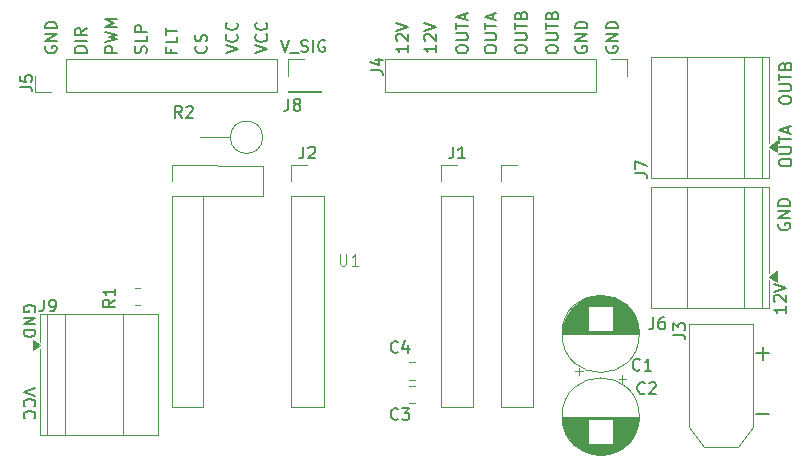
<source format=gbr>
%TF.GenerationSoftware,KiCad,Pcbnew,9.0.4*%
%TF.CreationDate,2025-09-30T20:07:29-04:00*%
%TF.ProjectId,motorDriverDaughter,6d6f746f-7244-4726-9976-657244617567,1*%
%TF.SameCoordinates,Original*%
%TF.FileFunction,Legend,Top*%
%TF.FilePolarity,Positive*%
%FSLAX46Y46*%
G04 Gerber Fmt 4.6, Leading zero omitted, Abs format (unit mm)*
G04 Created by KiCad (PCBNEW 9.0.4) date 2025-09-30 20:07:29*
%MOMM*%
%LPD*%
G01*
G04 APERTURE LIST*
%ADD10C,0.200000*%
%ADD11C,0.150000*%
%ADD12C,0.100000*%
%ADD13C,0.120000*%
G04 APERTURE END LIST*
D10*
X22127219Y-20370326D02*
X21127219Y-20370326D01*
X21127219Y-20370326D02*
X21127219Y-20132231D01*
X21127219Y-20132231D02*
X21174838Y-19989374D01*
X21174838Y-19989374D02*
X21270076Y-19894136D01*
X21270076Y-19894136D02*
X21365314Y-19846517D01*
X21365314Y-19846517D02*
X21555790Y-19798898D01*
X21555790Y-19798898D02*
X21698647Y-19798898D01*
X21698647Y-19798898D02*
X21889123Y-19846517D01*
X21889123Y-19846517D02*
X21984361Y-19894136D01*
X21984361Y-19894136D02*
X22079600Y-19989374D01*
X22079600Y-19989374D02*
X22127219Y-20132231D01*
X22127219Y-20132231D02*
X22127219Y-20370326D01*
X22127219Y-19370326D02*
X21127219Y-19370326D01*
X22127219Y-18322708D02*
X21651028Y-18656041D01*
X22127219Y-18894136D02*
X21127219Y-18894136D01*
X21127219Y-18894136D02*
X21127219Y-18513184D01*
X21127219Y-18513184D02*
X21174838Y-18417946D01*
X21174838Y-18417946D02*
X21222457Y-18370327D01*
X21222457Y-18370327D02*
X21317695Y-18322708D01*
X21317695Y-18322708D02*
X21460552Y-18322708D01*
X21460552Y-18322708D02*
X21555790Y-18370327D01*
X21555790Y-18370327D02*
X21603409Y-18417946D01*
X21603409Y-18417946D02*
X21651028Y-18513184D01*
X21651028Y-18513184D02*
X21651028Y-18894136D01*
X24727219Y-20370326D02*
X23727219Y-20370326D01*
X23727219Y-20370326D02*
X23727219Y-19989374D01*
X23727219Y-19989374D02*
X23774838Y-19894136D01*
X23774838Y-19894136D02*
X23822457Y-19846517D01*
X23822457Y-19846517D02*
X23917695Y-19798898D01*
X23917695Y-19798898D02*
X24060552Y-19798898D01*
X24060552Y-19798898D02*
X24155790Y-19846517D01*
X24155790Y-19846517D02*
X24203409Y-19894136D01*
X24203409Y-19894136D02*
X24251028Y-19989374D01*
X24251028Y-19989374D02*
X24251028Y-20370326D01*
X23727219Y-19465564D02*
X24727219Y-19227469D01*
X24727219Y-19227469D02*
X24012933Y-19036993D01*
X24012933Y-19036993D02*
X24727219Y-18846517D01*
X24727219Y-18846517D02*
X23727219Y-18608422D01*
X24727219Y-18227469D02*
X23727219Y-18227469D01*
X23727219Y-18227469D02*
X24441504Y-17894136D01*
X24441504Y-17894136D02*
X23727219Y-17560803D01*
X23727219Y-17560803D02*
X24727219Y-17560803D01*
X27179600Y-20417945D02*
X27227219Y-20275088D01*
X27227219Y-20275088D02*
X27227219Y-20036993D01*
X27227219Y-20036993D02*
X27179600Y-19941755D01*
X27179600Y-19941755D02*
X27131980Y-19894136D01*
X27131980Y-19894136D02*
X27036742Y-19846517D01*
X27036742Y-19846517D02*
X26941504Y-19846517D01*
X26941504Y-19846517D02*
X26846266Y-19894136D01*
X26846266Y-19894136D02*
X26798647Y-19941755D01*
X26798647Y-19941755D02*
X26751028Y-20036993D01*
X26751028Y-20036993D02*
X26703409Y-20227469D01*
X26703409Y-20227469D02*
X26655790Y-20322707D01*
X26655790Y-20322707D02*
X26608171Y-20370326D01*
X26608171Y-20370326D02*
X26512933Y-20417945D01*
X26512933Y-20417945D02*
X26417695Y-20417945D01*
X26417695Y-20417945D02*
X26322457Y-20370326D01*
X26322457Y-20370326D02*
X26274838Y-20322707D01*
X26274838Y-20322707D02*
X26227219Y-20227469D01*
X26227219Y-20227469D02*
X26227219Y-19989374D01*
X26227219Y-19989374D02*
X26274838Y-19846517D01*
X27227219Y-18941755D02*
X27227219Y-19417945D01*
X27227219Y-19417945D02*
X26227219Y-19417945D01*
X27227219Y-18608421D02*
X26227219Y-18608421D01*
X26227219Y-18608421D02*
X26227219Y-18227469D01*
X26227219Y-18227469D02*
X26274838Y-18132231D01*
X26274838Y-18132231D02*
X26322457Y-18084612D01*
X26322457Y-18084612D02*
X26417695Y-18036993D01*
X26417695Y-18036993D02*
X26560552Y-18036993D01*
X26560552Y-18036993D02*
X26655790Y-18084612D01*
X26655790Y-18084612D02*
X26703409Y-18132231D01*
X26703409Y-18132231D02*
X26751028Y-18227469D01*
X26751028Y-18227469D02*
X26751028Y-18608421D01*
X29303409Y-20036993D02*
X29303409Y-20370326D01*
X29827219Y-20370326D02*
X28827219Y-20370326D01*
X28827219Y-20370326D02*
X28827219Y-19894136D01*
X29827219Y-19036993D02*
X29827219Y-19513183D01*
X29827219Y-19513183D02*
X28827219Y-19513183D01*
X28827219Y-18846516D02*
X28827219Y-18275088D01*
X29827219Y-18560802D02*
X28827219Y-18560802D01*
X32231980Y-19798898D02*
X32279600Y-19846517D01*
X32279600Y-19846517D02*
X32327219Y-19989374D01*
X32327219Y-19989374D02*
X32327219Y-20084612D01*
X32327219Y-20084612D02*
X32279600Y-20227469D01*
X32279600Y-20227469D02*
X32184361Y-20322707D01*
X32184361Y-20322707D02*
X32089123Y-20370326D01*
X32089123Y-20370326D02*
X31898647Y-20417945D01*
X31898647Y-20417945D02*
X31755790Y-20417945D01*
X31755790Y-20417945D02*
X31565314Y-20370326D01*
X31565314Y-20370326D02*
X31470076Y-20322707D01*
X31470076Y-20322707D02*
X31374838Y-20227469D01*
X31374838Y-20227469D02*
X31327219Y-20084612D01*
X31327219Y-20084612D02*
X31327219Y-19989374D01*
X31327219Y-19989374D02*
X31374838Y-19846517D01*
X31374838Y-19846517D02*
X31422457Y-19798898D01*
X32279600Y-19417945D02*
X32327219Y-19275088D01*
X32327219Y-19275088D02*
X32327219Y-19036993D01*
X32327219Y-19036993D02*
X32279600Y-18941755D01*
X32279600Y-18941755D02*
X32231980Y-18894136D01*
X32231980Y-18894136D02*
X32136742Y-18846517D01*
X32136742Y-18846517D02*
X32041504Y-18846517D01*
X32041504Y-18846517D02*
X31946266Y-18894136D01*
X31946266Y-18894136D02*
X31898647Y-18941755D01*
X31898647Y-18941755D02*
X31851028Y-19036993D01*
X31851028Y-19036993D02*
X31803409Y-19227469D01*
X31803409Y-19227469D02*
X31755790Y-19322707D01*
X31755790Y-19322707D02*
X31708171Y-19370326D01*
X31708171Y-19370326D02*
X31612933Y-19417945D01*
X31612933Y-19417945D02*
X31517695Y-19417945D01*
X31517695Y-19417945D02*
X31422457Y-19370326D01*
X31422457Y-19370326D02*
X31374838Y-19322707D01*
X31374838Y-19322707D02*
X31327219Y-19227469D01*
X31327219Y-19227469D02*
X31327219Y-18989374D01*
X31327219Y-18989374D02*
X31374838Y-18846517D01*
X38586816Y-19307219D02*
X38920149Y-20307219D01*
X38920149Y-20307219D02*
X39253482Y-19307219D01*
X39348721Y-20402457D02*
X40110625Y-20402457D01*
X40301102Y-20259600D02*
X40443959Y-20307219D01*
X40443959Y-20307219D02*
X40682054Y-20307219D01*
X40682054Y-20307219D02*
X40777292Y-20259600D01*
X40777292Y-20259600D02*
X40824911Y-20211980D01*
X40824911Y-20211980D02*
X40872530Y-20116742D01*
X40872530Y-20116742D02*
X40872530Y-20021504D01*
X40872530Y-20021504D02*
X40824911Y-19926266D01*
X40824911Y-19926266D02*
X40777292Y-19878647D01*
X40777292Y-19878647D02*
X40682054Y-19831028D01*
X40682054Y-19831028D02*
X40491578Y-19783409D01*
X40491578Y-19783409D02*
X40396340Y-19735790D01*
X40396340Y-19735790D02*
X40348721Y-19688171D01*
X40348721Y-19688171D02*
X40301102Y-19592933D01*
X40301102Y-19592933D02*
X40301102Y-19497695D01*
X40301102Y-19497695D02*
X40348721Y-19402457D01*
X40348721Y-19402457D02*
X40396340Y-19354838D01*
X40396340Y-19354838D02*
X40491578Y-19307219D01*
X40491578Y-19307219D02*
X40729673Y-19307219D01*
X40729673Y-19307219D02*
X40872530Y-19354838D01*
X41301102Y-20307219D02*
X41301102Y-19307219D01*
X42301101Y-19354838D02*
X42205863Y-19307219D01*
X42205863Y-19307219D02*
X42063006Y-19307219D01*
X42063006Y-19307219D02*
X41920149Y-19354838D01*
X41920149Y-19354838D02*
X41824911Y-19450076D01*
X41824911Y-19450076D02*
X41777292Y-19545314D01*
X41777292Y-19545314D02*
X41729673Y-19735790D01*
X41729673Y-19735790D02*
X41729673Y-19878647D01*
X41729673Y-19878647D02*
X41777292Y-20069123D01*
X41777292Y-20069123D02*
X41824911Y-20164361D01*
X41824911Y-20164361D02*
X41920149Y-20259600D01*
X41920149Y-20259600D02*
X42063006Y-20307219D01*
X42063006Y-20307219D02*
X42158244Y-20307219D01*
X42158244Y-20307219D02*
X42301101Y-20259600D01*
X42301101Y-20259600D02*
X42348720Y-20211980D01*
X42348720Y-20211980D02*
X42348720Y-19878647D01*
X42348720Y-19878647D02*
X42158244Y-19878647D01*
X36427219Y-20413183D02*
X37427219Y-20079850D01*
X37427219Y-20079850D02*
X36427219Y-19746517D01*
X37331980Y-18841755D02*
X37379600Y-18889374D01*
X37379600Y-18889374D02*
X37427219Y-19032231D01*
X37427219Y-19032231D02*
X37427219Y-19127469D01*
X37427219Y-19127469D02*
X37379600Y-19270326D01*
X37379600Y-19270326D02*
X37284361Y-19365564D01*
X37284361Y-19365564D02*
X37189123Y-19413183D01*
X37189123Y-19413183D02*
X36998647Y-19460802D01*
X36998647Y-19460802D02*
X36855790Y-19460802D01*
X36855790Y-19460802D02*
X36665314Y-19413183D01*
X36665314Y-19413183D02*
X36570076Y-19365564D01*
X36570076Y-19365564D02*
X36474838Y-19270326D01*
X36474838Y-19270326D02*
X36427219Y-19127469D01*
X36427219Y-19127469D02*
X36427219Y-19032231D01*
X36427219Y-19032231D02*
X36474838Y-18889374D01*
X36474838Y-18889374D02*
X36522457Y-18841755D01*
X37331980Y-17841755D02*
X37379600Y-17889374D01*
X37379600Y-17889374D02*
X37427219Y-18032231D01*
X37427219Y-18032231D02*
X37427219Y-18127469D01*
X37427219Y-18127469D02*
X37379600Y-18270326D01*
X37379600Y-18270326D02*
X37284361Y-18365564D01*
X37284361Y-18365564D02*
X37189123Y-18413183D01*
X37189123Y-18413183D02*
X36998647Y-18460802D01*
X36998647Y-18460802D02*
X36855790Y-18460802D01*
X36855790Y-18460802D02*
X36665314Y-18413183D01*
X36665314Y-18413183D02*
X36570076Y-18365564D01*
X36570076Y-18365564D02*
X36474838Y-18270326D01*
X36474838Y-18270326D02*
X36427219Y-18127469D01*
X36427219Y-18127469D02*
X36427219Y-18032231D01*
X36427219Y-18032231D02*
X36474838Y-17889374D01*
X36474838Y-17889374D02*
X36522457Y-17841755D01*
X33927219Y-20413183D02*
X34927219Y-20079850D01*
X34927219Y-20079850D02*
X33927219Y-19746517D01*
X34831980Y-18841755D02*
X34879600Y-18889374D01*
X34879600Y-18889374D02*
X34927219Y-19032231D01*
X34927219Y-19032231D02*
X34927219Y-19127469D01*
X34927219Y-19127469D02*
X34879600Y-19270326D01*
X34879600Y-19270326D02*
X34784361Y-19365564D01*
X34784361Y-19365564D02*
X34689123Y-19413183D01*
X34689123Y-19413183D02*
X34498647Y-19460802D01*
X34498647Y-19460802D02*
X34355790Y-19460802D01*
X34355790Y-19460802D02*
X34165314Y-19413183D01*
X34165314Y-19413183D02*
X34070076Y-19365564D01*
X34070076Y-19365564D02*
X33974838Y-19270326D01*
X33974838Y-19270326D02*
X33927219Y-19127469D01*
X33927219Y-19127469D02*
X33927219Y-19032231D01*
X33927219Y-19032231D02*
X33974838Y-18889374D01*
X33974838Y-18889374D02*
X34022457Y-18841755D01*
X34831980Y-17841755D02*
X34879600Y-17889374D01*
X34879600Y-17889374D02*
X34927219Y-18032231D01*
X34927219Y-18032231D02*
X34927219Y-18127469D01*
X34927219Y-18127469D02*
X34879600Y-18270326D01*
X34879600Y-18270326D02*
X34784361Y-18365564D01*
X34784361Y-18365564D02*
X34689123Y-18413183D01*
X34689123Y-18413183D02*
X34498647Y-18460802D01*
X34498647Y-18460802D02*
X34355790Y-18460802D01*
X34355790Y-18460802D02*
X34165314Y-18413183D01*
X34165314Y-18413183D02*
X34070076Y-18365564D01*
X34070076Y-18365564D02*
X33974838Y-18270326D01*
X33974838Y-18270326D02*
X33927219Y-18127469D01*
X33927219Y-18127469D02*
X33927219Y-18032231D01*
X33927219Y-18032231D02*
X33974838Y-17889374D01*
X33974838Y-17889374D02*
X34022457Y-17841755D01*
X18674838Y-19846517D02*
X18627219Y-19941755D01*
X18627219Y-19941755D02*
X18627219Y-20084612D01*
X18627219Y-20084612D02*
X18674838Y-20227469D01*
X18674838Y-20227469D02*
X18770076Y-20322707D01*
X18770076Y-20322707D02*
X18865314Y-20370326D01*
X18865314Y-20370326D02*
X19055790Y-20417945D01*
X19055790Y-20417945D02*
X19198647Y-20417945D01*
X19198647Y-20417945D02*
X19389123Y-20370326D01*
X19389123Y-20370326D02*
X19484361Y-20322707D01*
X19484361Y-20322707D02*
X19579600Y-20227469D01*
X19579600Y-20227469D02*
X19627219Y-20084612D01*
X19627219Y-20084612D02*
X19627219Y-19989374D01*
X19627219Y-19989374D02*
X19579600Y-19846517D01*
X19579600Y-19846517D02*
X19531980Y-19798898D01*
X19531980Y-19798898D02*
X19198647Y-19798898D01*
X19198647Y-19798898D02*
X19198647Y-19989374D01*
X19627219Y-19370326D02*
X18627219Y-19370326D01*
X18627219Y-19370326D02*
X19627219Y-18798898D01*
X19627219Y-18798898D02*
X18627219Y-18798898D01*
X19627219Y-18322707D02*
X18627219Y-18322707D01*
X18627219Y-18322707D02*
X18627219Y-18084612D01*
X18627219Y-18084612D02*
X18674838Y-17941755D01*
X18674838Y-17941755D02*
X18770076Y-17846517D01*
X18770076Y-17846517D02*
X18865314Y-17798898D01*
X18865314Y-17798898D02*
X19055790Y-17751279D01*
X19055790Y-17751279D02*
X19198647Y-17751279D01*
X19198647Y-17751279D02*
X19389123Y-17798898D01*
X19389123Y-17798898D02*
X19484361Y-17846517D01*
X19484361Y-17846517D02*
X19579600Y-17941755D01*
X19579600Y-17941755D02*
X19627219Y-18084612D01*
X19627219Y-18084612D02*
X19627219Y-18322707D01*
X49327219Y-19746517D02*
X49327219Y-20317945D01*
X49327219Y-20032231D02*
X48327219Y-20032231D01*
X48327219Y-20032231D02*
X48470076Y-20127469D01*
X48470076Y-20127469D02*
X48565314Y-20222707D01*
X48565314Y-20222707D02*
X48612933Y-20317945D01*
X48422457Y-19365564D02*
X48374838Y-19317945D01*
X48374838Y-19317945D02*
X48327219Y-19222707D01*
X48327219Y-19222707D02*
X48327219Y-18984612D01*
X48327219Y-18984612D02*
X48374838Y-18889374D01*
X48374838Y-18889374D02*
X48422457Y-18841755D01*
X48422457Y-18841755D02*
X48517695Y-18794136D01*
X48517695Y-18794136D02*
X48612933Y-18794136D01*
X48612933Y-18794136D02*
X48755790Y-18841755D01*
X48755790Y-18841755D02*
X49327219Y-19413183D01*
X49327219Y-19413183D02*
X49327219Y-18794136D01*
X48327219Y-18508421D02*
X49327219Y-18175088D01*
X49327219Y-18175088D02*
X48327219Y-17841755D01*
X51727219Y-19746517D02*
X51727219Y-20317945D01*
X51727219Y-20032231D02*
X50727219Y-20032231D01*
X50727219Y-20032231D02*
X50870076Y-20127469D01*
X50870076Y-20127469D02*
X50965314Y-20222707D01*
X50965314Y-20222707D02*
X51012933Y-20317945D01*
X50822457Y-19365564D02*
X50774838Y-19317945D01*
X50774838Y-19317945D02*
X50727219Y-19222707D01*
X50727219Y-19222707D02*
X50727219Y-18984612D01*
X50727219Y-18984612D02*
X50774838Y-18889374D01*
X50774838Y-18889374D02*
X50822457Y-18841755D01*
X50822457Y-18841755D02*
X50917695Y-18794136D01*
X50917695Y-18794136D02*
X51012933Y-18794136D01*
X51012933Y-18794136D02*
X51155790Y-18841755D01*
X51155790Y-18841755D02*
X51727219Y-19413183D01*
X51727219Y-19413183D02*
X51727219Y-18794136D01*
X50727219Y-18508421D02*
X51727219Y-18175088D01*
X51727219Y-18175088D02*
X50727219Y-17841755D01*
X53427219Y-20179850D02*
X53427219Y-19989374D01*
X53427219Y-19989374D02*
X53474838Y-19894136D01*
X53474838Y-19894136D02*
X53570076Y-19798898D01*
X53570076Y-19798898D02*
X53760552Y-19751279D01*
X53760552Y-19751279D02*
X54093885Y-19751279D01*
X54093885Y-19751279D02*
X54284361Y-19798898D01*
X54284361Y-19798898D02*
X54379600Y-19894136D01*
X54379600Y-19894136D02*
X54427219Y-19989374D01*
X54427219Y-19989374D02*
X54427219Y-20179850D01*
X54427219Y-20179850D02*
X54379600Y-20275088D01*
X54379600Y-20275088D02*
X54284361Y-20370326D01*
X54284361Y-20370326D02*
X54093885Y-20417945D01*
X54093885Y-20417945D02*
X53760552Y-20417945D01*
X53760552Y-20417945D02*
X53570076Y-20370326D01*
X53570076Y-20370326D02*
X53474838Y-20275088D01*
X53474838Y-20275088D02*
X53427219Y-20179850D01*
X53427219Y-19322707D02*
X54236742Y-19322707D01*
X54236742Y-19322707D02*
X54331980Y-19275088D01*
X54331980Y-19275088D02*
X54379600Y-19227469D01*
X54379600Y-19227469D02*
X54427219Y-19132231D01*
X54427219Y-19132231D02*
X54427219Y-18941755D01*
X54427219Y-18941755D02*
X54379600Y-18846517D01*
X54379600Y-18846517D02*
X54331980Y-18798898D01*
X54331980Y-18798898D02*
X54236742Y-18751279D01*
X54236742Y-18751279D02*
X53427219Y-18751279D01*
X53427219Y-18417945D02*
X53427219Y-17846517D01*
X54427219Y-18132231D02*
X53427219Y-18132231D01*
X54141504Y-17560802D02*
X54141504Y-17084612D01*
X54427219Y-17656040D02*
X53427219Y-17322707D01*
X53427219Y-17322707D02*
X54427219Y-16989374D01*
X55827219Y-20179850D02*
X55827219Y-19989374D01*
X55827219Y-19989374D02*
X55874838Y-19894136D01*
X55874838Y-19894136D02*
X55970076Y-19798898D01*
X55970076Y-19798898D02*
X56160552Y-19751279D01*
X56160552Y-19751279D02*
X56493885Y-19751279D01*
X56493885Y-19751279D02*
X56684361Y-19798898D01*
X56684361Y-19798898D02*
X56779600Y-19894136D01*
X56779600Y-19894136D02*
X56827219Y-19989374D01*
X56827219Y-19989374D02*
X56827219Y-20179850D01*
X56827219Y-20179850D02*
X56779600Y-20275088D01*
X56779600Y-20275088D02*
X56684361Y-20370326D01*
X56684361Y-20370326D02*
X56493885Y-20417945D01*
X56493885Y-20417945D02*
X56160552Y-20417945D01*
X56160552Y-20417945D02*
X55970076Y-20370326D01*
X55970076Y-20370326D02*
X55874838Y-20275088D01*
X55874838Y-20275088D02*
X55827219Y-20179850D01*
X55827219Y-19322707D02*
X56636742Y-19322707D01*
X56636742Y-19322707D02*
X56731980Y-19275088D01*
X56731980Y-19275088D02*
X56779600Y-19227469D01*
X56779600Y-19227469D02*
X56827219Y-19132231D01*
X56827219Y-19132231D02*
X56827219Y-18941755D01*
X56827219Y-18941755D02*
X56779600Y-18846517D01*
X56779600Y-18846517D02*
X56731980Y-18798898D01*
X56731980Y-18798898D02*
X56636742Y-18751279D01*
X56636742Y-18751279D02*
X55827219Y-18751279D01*
X55827219Y-18417945D02*
X55827219Y-17846517D01*
X56827219Y-18132231D02*
X55827219Y-18132231D01*
X56541504Y-17560802D02*
X56541504Y-17084612D01*
X56827219Y-17656040D02*
X55827219Y-17322707D01*
X55827219Y-17322707D02*
X56827219Y-16989374D01*
X58427219Y-20179850D02*
X58427219Y-19989374D01*
X58427219Y-19989374D02*
X58474838Y-19894136D01*
X58474838Y-19894136D02*
X58570076Y-19798898D01*
X58570076Y-19798898D02*
X58760552Y-19751279D01*
X58760552Y-19751279D02*
X59093885Y-19751279D01*
X59093885Y-19751279D02*
X59284361Y-19798898D01*
X59284361Y-19798898D02*
X59379600Y-19894136D01*
X59379600Y-19894136D02*
X59427219Y-19989374D01*
X59427219Y-19989374D02*
X59427219Y-20179850D01*
X59427219Y-20179850D02*
X59379600Y-20275088D01*
X59379600Y-20275088D02*
X59284361Y-20370326D01*
X59284361Y-20370326D02*
X59093885Y-20417945D01*
X59093885Y-20417945D02*
X58760552Y-20417945D01*
X58760552Y-20417945D02*
X58570076Y-20370326D01*
X58570076Y-20370326D02*
X58474838Y-20275088D01*
X58474838Y-20275088D02*
X58427219Y-20179850D01*
X58427219Y-19322707D02*
X59236742Y-19322707D01*
X59236742Y-19322707D02*
X59331980Y-19275088D01*
X59331980Y-19275088D02*
X59379600Y-19227469D01*
X59379600Y-19227469D02*
X59427219Y-19132231D01*
X59427219Y-19132231D02*
X59427219Y-18941755D01*
X59427219Y-18941755D02*
X59379600Y-18846517D01*
X59379600Y-18846517D02*
X59331980Y-18798898D01*
X59331980Y-18798898D02*
X59236742Y-18751279D01*
X59236742Y-18751279D02*
X58427219Y-18751279D01*
X58427219Y-18417945D02*
X58427219Y-17846517D01*
X59427219Y-18132231D02*
X58427219Y-18132231D01*
X58903409Y-17179850D02*
X58951028Y-17036993D01*
X58951028Y-17036993D02*
X58998647Y-16989374D01*
X58998647Y-16989374D02*
X59093885Y-16941755D01*
X59093885Y-16941755D02*
X59236742Y-16941755D01*
X59236742Y-16941755D02*
X59331980Y-16989374D01*
X59331980Y-16989374D02*
X59379600Y-17036993D01*
X59379600Y-17036993D02*
X59427219Y-17132231D01*
X59427219Y-17132231D02*
X59427219Y-17513183D01*
X59427219Y-17513183D02*
X58427219Y-17513183D01*
X58427219Y-17513183D02*
X58427219Y-17179850D01*
X58427219Y-17179850D02*
X58474838Y-17084612D01*
X58474838Y-17084612D02*
X58522457Y-17036993D01*
X58522457Y-17036993D02*
X58617695Y-16989374D01*
X58617695Y-16989374D02*
X58712933Y-16989374D01*
X58712933Y-16989374D02*
X58808171Y-17036993D01*
X58808171Y-17036993D02*
X58855790Y-17084612D01*
X58855790Y-17084612D02*
X58903409Y-17179850D01*
X58903409Y-17179850D02*
X58903409Y-17513183D01*
X61027219Y-20179850D02*
X61027219Y-19989374D01*
X61027219Y-19989374D02*
X61074838Y-19894136D01*
X61074838Y-19894136D02*
X61170076Y-19798898D01*
X61170076Y-19798898D02*
X61360552Y-19751279D01*
X61360552Y-19751279D02*
X61693885Y-19751279D01*
X61693885Y-19751279D02*
X61884361Y-19798898D01*
X61884361Y-19798898D02*
X61979600Y-19894136D01*
X61979600Y-19894136D02*
X62027219Y-19989374D01*
X62027219Y-19989374D02*
X62027219Y-20179850D01*
X62027219Y-20179850D02*
X61979600Y-20275088D01*
X61979600Y-20275088D02*
X61884361Y-20370326D01*
X61884361Y-20370326D02*
X61693885Y-20417945D01*
X61693885Y-20417945D02*
X61360552Y-20417945D01*
X61360552Y-20417945D02*
X61170076Y-20370326D01*
X61170076Y-20370326D02*
X61074838Y-20275088D01*
X61074838Y-20275088D02*
X61027219Y-20179850D01*
X61027219Y-19322707D02*
X61836742Y-19322707D01*
X61836742Y-19322707D02*
X61931980Y-19275088D01*
X61931980Y-19275088D02*
X61979600Y-19227469D01*
X61979600Y-19227469D02*
X62027219Y-19132231D01*
X62027219Y-19132231D02*
X62027219Y-18941755D01*
X62027219Y-18941755D02*
X61979600Y-18846517D01*
X61979600Y-18846517D02*
X61931980Y-18798898D01*
X61931980Y-18798898D02*
X61836742Y-18751279D01*
X61836742Y-18751279D02*
X61027219Y-18751279D01*
X61027219Y-18417945D02*
X61027219Y-17846517D01*
X62027219Y-18132231D02*
X61027219Y-18132231D01*
X61503409Y-17179850D02*
X61551028Y-17036993D01*
X61551028Y-17036993D02*
X61598647Y-16989374D01*
X61598647Y-16989374D02*
X61693885Y-16941755D01*
X61693885Y-16941755D02*
X61836742Y-16941755D01*
X61836742Y-16941755D02*
X61931980Y-16989374D01*
X61931980Y-16989374D02*
X61979600Y-17036993D01*
X61979600Y-17036993D02*
X62027219Y-17132231D01*
X62027219Y-17132231D02*
X62027219Y-17513183D01*
X62027219Y-17513183D02*
X61027219Y-17513183D01*
X61027219Y-17513183D02*
X61027219Y-17179850D01*
X61027219Y-17179850D02*
X61074838Y-17084612D01*
X61074838Y-17084612D02*
X61122457Y-17036993D01*
X61122457Y-17036993D02*
X61217695Y-16989374D01*
X61217695Y-16989374D02*
X61312933Y-16989374D01*
X61312933Y-16989374D02*
X61408171Y-17036993D01*
X61408171Y-17036993D02*
X61455790Y-17084612D01*
X61455790Y-17084612D02*
X61503409Y-17179850D01*
X61503409Y-17179850D02*
X61503409Y-17513183D01*
X66154838Y-19846517D02*
X66107219Y-19941755D01*
X66107219Y-19941755D02*
X66107219Y-20084612D01*
X66107219Y-20084612D02*
X66154838Y-20227469D01*
X66154838Y-20227469D02*
X66250076Y-20322707D01*
X66250076Y-20322707D02*
X66345314Y-20370326D01*
X66345314Y-20370326D02*
X66535790Y-20417945D01*
X66535790Y-20417945D02*
X66678647Y-20417945D01*
X66678647Y-20417945D02*
X66869123Y-20370326D01*
X66869123Y-20370326D02*
X66964361Y-20322707D01*
X66964361Y-20322707D02*
X67059600Y-20227469D01*
X67059600Y-20227469D02*
X67107219Y-20084612D01*
X67107219Y-20084612D02*
X67107219Y-19989374D01*
X67107219Y-19989374D02*
X67059600Y-19846517D01*
X67059600Y-19846517D02*
X67011980Y-19798898D01*
X67011980Y-19798898D02*
X66678647Y-19798898D01*
X66678647Y-19798898D02*
X66678647Y-19989374D01*
X67107219Y-19370326D02*
X66107219Y-19370326D01*
X66107219Y-19370326D02*
X67107219Y-18798898D01*
X67107219Y-18798898D02*
X66107219Y-18798898D01*
X67107219Y-18322707D02*
X66107219Y-18322707D01*
X66107219Y-18322707D02*
X66107219Y-18084612D01*
X66107219Y-18084612D02*
X66154838Y-17941755D01*
X66154838Y-17941755D02*
X66250076Y-17846517D01*
X66250076Y-17846517D02*
X66345314Y-17798898D01*
X66345314Y-17798898D02*
X66535790Y-17751279D01*
X66535790Y-17751279D02*
X66678647Y-17751279D01*
X66678647Y-17751279D02*
X66869123Y-17798898D01*
X66869123Y-17798898D02*
X66964361Y-17846517D01*
X66964361Y-17846517D02*
X67059600Y-17941755D01*
X67059600Y-17941755D02*
X67107219Y-18084612D01*
X67107219Y-18084612D02*
X67107219Y-18322707D01*
X63574838Y-19846517D02*
X63527219Y-19941755D01*
X63527219Y-19941755D02*
X63527219Y-20084612D01*
X63527219Y-20084612D02*
X63574838Y-20227469D01*
X63574838Y-20227469D02*
X63670076Y-20322707D01*
X63670076Y-20322707D02*
X63765314Y-20370326D01*
X63765314Y-20370326D02*
X63955790Y-20417945D01*
X63955790Y-20417945D02*
X64098647Y-20417945D01*
X64098647Y-20417945D02*
X64289123Y-20370326D01*
X64289123Y-20370326D02*
X64384361Y-20322707D01*
X64384361Y-20322707D02*
X64479600Y-20227469D01*
X64479600Y-20227469D02*
X64527219Y-20084612D01*
X64527219Y-20084612D02*
X64527219Y-19989374D01*
X64527219Y-19989374D02*
X64479600Y-19846517D01*
X64479600Y-19846517D02*
X64431980Y-19798898D01*
X64431980Y-19798898D02*
X64098647Y-19798898D01*
X64098647Y-19798898D02*
X64098647Y-19989374D01*
X64527219Y-19370326D02*
X63527219Y-19370326D01*
X63527219Y-19370326D02*
X64527219Y-18798898D01*
X64527219Y-18798898D02*
X63527219Y-18798898D01*
X64527219Y-18322707D02*
X63527219Y-18322707D01*
X63527219Y-18322707D02*
X63527219Y-18084612D01*
X63527219Y-18084612D02*
X63574838Y-17941755D01*
X63574838Y-17941755D02*
X63670076Y-17846517D01*
X63670076Y-17846517D02*
X63765314Y-17798898D01*
X63765314Y-17798898D02*
X63955790Y-17751279D01*
X63955790Y-17751279D02*
X64098647Y-17751279D01*
X64098647Y-17751279D02*
X64289123Y-17798898D01*
X64289123Y-17798898D02*
X64384361Y-17846517D01*
X64384361Y-17846517D02*
X64479600Y-17941755D01*
X64479600Y-17941755D02*
X64527219Y-18084612D01*
X64527219Y-18084612D02*
X64527219Y-18322707D01*
X80799719Y-29779850D02*
X80799719Y-29589374D01*
X80799719Y-29589374D02*
X80847338Y-29494136D01*
X80847338Y-29494136D02*
X80942576Y-29398898D01*
X80942576Y-29398898D02*
X81133052Y-29351279D01*
X81133052Y-29351279D02*
X81466385Y-29351279D01*
X81466385Y-29351279D02*
X81656861Y-29398898D01*
X81656861Y-29398898D02*
X81752100Y-29494136D01*
X81752100Y-29494136D02*
X81799719Y-29589374D01*
X81799719Y-29589374D02*
X81799719Y-29779850D01*
X81799719Y-29779850D02*
X81752100Y-29875088D01*
X81752100Y-29875088D02*
X81656861Y-29970326D01*
X81656861Y-29970326D02*
X81466385Y-30017945D01*
X81466385Y-30017945D02*
X81133052Y-30017945D01*
X81133052Y-30017945D02*
X80942576Y-29970326D01*
X80942576Y-29970326D02*
X80847338Y-29875088D01*
X80847338Y-29875088D02*
X80799719Y-29779850D01*
X80799719Y-28922707D02*
X81609242Y-28922707D01*
X81609242Y-28922707D02*
X81704480Y-28875088D01*
X81704480Y-28875088D02*
X81752100Y-28827469D01*
X81752100Y-28827469D02*
X81799719Y-28732231D01*
X81799719Y-28732231D02*
X81799719Y-28541755D01*
X81799719Y-28541755D02*
X81752100Y-28446517D01*
X81752100Y-28446517D02*
X81704480Y-28398898D01*
X81704480Y-28398898D02*
X81609242Y-28351279D01*
X81609242Y-28351279D02*
X80799719Y-28351279D01*
X80799719Y-28017945D02*
X80799719Y-27446517D01*
X81799719Y-27732231D02*
X80799719Y-27732231D01*
X81514004Y-27160802D02*
X81514004Y-26684612D01*
X81799719Y-27256040D02*
X80799719Y-26922707D01*
X80799719Y-26922707D02*
X81799719Y-26589374D01*
X80799719Y-24479850D02*
X80799719Y-24289374D01*
X80799719Y-24289374D02*
X80847338Y-24194136D01*
X80847338Y-24194136D02*
X80942576Y-24098898D01*
X80942576Y-24098898D02*
X81133052Y-24051279D01*
X81133052Y-24051279D02*
X81466385Y-24051279D01*
X81466385Y-24051279D02*
X81656861Y-24098898D01*
X81656861Y-24098898D02*
X81752100Y-24194136D01*
X81752100Y-24194136D02*
X81799719Y-24289374D01*
X81799719Y-24289374D02*
X81799719Y-24479850D01*
X81799719Y-24479850D02*
X81752100Y-24575088D01*
X81752100Y-24575088D02*
X81656861Y-24670326D01*
X81656861Y-24670326D02*
X81466385Y-24717945D01*
X81466385Y-24717945D02*
X81133052Y-24717945D01*
X81133052Y-24717945D02*
X80942576Y-24670326D01*
X80942576Y-24670326D02*
X80847338Y-24575088D01*
X80847338Y-24575088D02*
X80799719Y-24479850D01*
X80799719Y-23622707D02*
X81609242Y-23622707D01*
X81609242Y-23622707D02*
X81704480Y-23575088D01*
X81704480Y-23575088D02*
X81752100Y-23527469D01*
X81752100Y-23527469D02*
X81799719Y-23432231D01*
X81799719Y-23432231D02*
X81799719Y-23241755D01*
X81799719Y-23241755D02*
X81752100Y-23146517D01*
X81752100Y-23146517D02*
X81704480Y-23098898D01*
X81704480Y-23098898D02*
X81609242Y-23051279D01*
X81609242Y-23051279D02*
X80799719Y-23051279D01*
X80799719Y-22717945D02*
X80799719Y-22146517D01*
X81799719Y-22432231D02*
X80799719Y-22432231D01*
X81275909Y-21479850D02*
X81323528Y-21336993D01*
X81323528Y-21336993D02*
X81371147Y-21289374D01*
X81371147Y-21289374D02*
X81466385Y-21241755D01*
X81466385Y-21241755D02*
X81609242Y-21241755D01*
X81609242Y-21241755D02*
X81704480Y-21289374D01*
X81704480Y-21289374D02*
X81752100Y-21336993D01*
X81752100Y-21336993D02*
X81799719Y-21432231D01*
X81799719Y-21432231D02*
X81799719Y-21813183D01*
X81799719Y-21813183D02*
X80799719Y-21813183D01*
X80799719Y-21813183D02*
X80799719Y-21479850D01*
X80799719Y-21479850D02*
X80847338Y-21384612D01*
X80847338Y-21384612D02*
X80894957Y-21336993D01*
X80894957Y-21336993D02*
X80990195Y-21289374D01*
X80990195Y-21289374D02*
X81085433Y-21289374D01*
X81085433Y-21289374D02*
X81180671Y-21336993D01*
X81180671Y-21336993D02*
X81228290Y-21384612D01*
X81228290Y-21384612D02*
X81275909Y-21479850D01*
X81275909Y-21479850D02*
X81275909Y-21813183D01*
X81327219Y-41846517D02*
X81327219Y-42417945D01*
X81327219Y-42132231D02*
X80327219Y-42132231D01*
X80327219Y-42132231D02*
X80470076Y-42227469D01*
X80470076Y-42227469D02*
X80565314Y-42322707D01*
X80565314Y-42322707D02*
X80612933Y-42417945D01*
X80422457Y-41465564D02*
X80374838Y-41417945D01*
X80374838Y-41417945D02*
X80327219Y-41322707D01*
X80327219Y-41322707D02*
X80327219Y-41084612D01*
X80327219Y-41084612D02*
X80374838Y-40989374D01*
X80374838Y-40989374D02*
X80422457Y-40941755D01*
X80422457Y-40941755D02*
X80517695Y-40894136D01*
X80517695Y-40894136D02*
X80612933Y-40894136D01*
X80612933Y-40894136D02*
X80755790Y-40941755D01*
X80755790Y-40941755D02*
X81327219Y-41513183D01*
X81327219Y-41513183D02*
X81327219Y-40894136D01*
X80327219Y-40608421D02*
X81327219Y-40275088D01*
X81327219Y-40275088D02*
X80327219Y-39941755D01*
X80747338Y-34846517D02*
X80699719Y-34941755D01*
X80699719Y-34941755D02*
X80699719Y-35084612D01*
X80699719Y-35084612D02*
X80747338Y-35227469D01*
X80747338Y-35227469D02*
X80842576Y-35322707D01*
X80842576Y-35322707D02*
X80937814Y-35370326D01*
X80937814Y-35370326D02*
X81128290Y-35417945D01*
X81128290Y-35417945D02*
X81271147Y-35417945D01*
X81271147Y-35417945D02*
X81461623Y-35370326D01*
X81461623Y-35370326D02*
X81556861Y-35322707D01*
X81556861Y-35322707D02*
X81652100Y-35227469D01*
X81652100Y-35227469D02*
X81699719Y-35084612D01*
X81699719Y-35084612D02*
X81699719Y-34989374D01*
X81699719Y-34989374D02*
X81652100Y-34846517D01*
X81652100Y-34846517D02*
X81604480Y-34798898D01*
X81604480Y-34798898D02*
X81271147Y-34798898D01*
X81271147Y-34798898D02*
X81271147Y-34989374D01*
X81699719Y-34370326D02*
X80699719Y-34370326D01*
X80699719Y-34370326D02*
X81699719Y-33798898D01*
X81699719Y-33798898D02*
X80699719Y-33798898D01*
X81699719Y-33322707D02*
X80699719Y-33322707D01*
X80699719Y-33322707D02*
X80699719Y-33084612D01*
X80699719Y-33084612D02*
X80747338Y-32941755D01*
X80747338Y-32941755D02*
X80842576Y-32846517D01*
X80842576Y-32846517D02*
X80937814Y-32798898D01*
X80937814Y-32798898D02*
X81128290Y-32751279D01*
X81128290Y-32751279D02*
X81271147Y-32751279D01*
X81271147Y-32751279D02*
X81461623Y-32798898D01*
X81461623Y-32798898D02*
X81556861Y-32846517D01*
X81556861Y-32846517D02*
X81652100Y-32941755D01*
X81652100Y-32941755D02*
X81699719Y-33084612D01*
X81699719Y-33084612D02*
X81699719Y-33322707D01*
X17745161Y-42333482D02*
X17792780Y-42238244D01*
X17792780Y-42238244D02*
X17792780Y-42095387D01*
X17792780Y-42095387D02*
X17745161Y-41952530D01*
X17745161Y-41952530D02*
X17649923Y-41857292D01*
X17649923Y-41857292D02*
X17554685Y-41809673D01*
X17554685Y-41809673D02*
X17364209Y-41762054D01*
X17364209Y-41762054D02*
X17221352Y-41762054D01*
X17221352Y-41762054D02*
X17030876Y-41809673D01*
X17030876Y-41809673D02*
X16935638Y-41857292D01*
X16935638Y-41857292D02*
X16840400Y-41952530D01*
X16840400Y-41952530D02*
X16792780Y-42095387D01*
X16792780Y-42095387D02*
X16792780Y-42190625D01*
X16792780Y-42190625D02*
X16840400Y-42333482D01*
X16840400Y-42333482D02*
X16888019Y-42381101D01*
X16888019Y-42381101D02*
X17221352Y-42381101D01*
X17221352Y-42381101D02*
X17221352Y-42190625D01*
X16792780Y-42809673D02*
X17792780Y-42809673D01*
X17792780Y-42809673D02*
X16792780Y-43381101D01*
X16792780Y-43381101D02*
X17792780Y-43381101D01*
X16792780Y-43857292D02*
X17792780Y-43857292D01*
X17792780Y-43857292D02*
X17792780Y-44095387D01*
X17792780Y-44095387D02*
X17745161Y-44238244D01*
X17745161Y-44238244D02*
X17649923Y-44333482D01*
X17649923Y-44333482D02*
X17554685Y-44381101D01*
X17554685Y-44381101D02*
X17364209Y-44428720D01*
X17364209Y-44428720D02*
X17221352Y-44428720D01*
X17221352Y-44428720D02*
X17030876Y-44381101D01*
X17030876Y-44381101D02*
X16935638Y-44333482D01*
X16935638Y-44333482D02*
X16840400Y-44238244D01*
X16840400Y-44238244D02*
X16792780Y-44095387D01*
X16792780Y-44095387D02*
X16792780Y-43857292D01*
X17792780Y-48766816D02*
X16792780Y-49100149D01*
X16792780Y-49100149D02*
X17792780Y-49433482D01*
X16888019Y-50338244D02*
X16840400Y-50290625D01*
X16840400Y-50290625D02*
X16792780Y-50147768D01*
X16792780Y-50147768D02*
X16792780Y-50052530D01*
X16792780Y-50052530D02*
X16840400Y-49909673D01*
X16840400Y-49909673D02*
X16935638Y-49814435D01*
X16935638Y-49814435D02*
X17030876Y-49766816D01*
X17030876Y-49766816D02*
X17221352Y-49719197D01*
X17221352Y-49719197D02*
X17364209Y-49719197D01*
X17364209Y-49719197D02*
X17554685Y-49766816D01*
X17554685Y-49766816D02*
X17649923Y-49814435D01*
X17649923Y-49814435D02*
X17745161Y-49909673D01*
X17745161Y-49909673D02*
X17792780Y-50052530D01*
X17792780Y-50052530D02*
X17792780Y-50147768D01*
X17792780Y-50147768D02*
X17745161Y-50290625D01*
X17745161Y-50290625D02*
X17697542Y-50338244D01*
X16888019Y-51338244D02*
X16840400Y-51290625D01*
X16840400Y-51290625D02*
X16792780Y-51147768D01*
X16792780Y-51147768D02*
X16792780Y-51052530D01*
X16792780Y-51052530D02*
X16840400Y-50909673D01*
X16840400Y-50909673D02*
X16935638Y-50814435D01*
X16935638Y-50814435D02*
X17030876Y-50766816D01*
X17030876Y-50766816D02*
X17221352Y-50719197D01*
X17221352Y-50719197D02*
X17364209Y-50719197D01*
X17364209Y-50719197D02*
X17554685Y-50766816D01*
X17554685Y-50766816D02*
X17649923Y-50814435D01*
X17649923Y-50814435D02*
X17745161Y-50909673D01*
X17745161Y-50909673D02*
X17792780Y-51052530D01*
X17792780Y-51052530D02*
X17792780Y-51147768D01*
X17792780Y-51147768D02*
X17745161Y-51290625D01*
X17745161Y-51290625D02*
X17697542Y-51338244D01*
D11*
X53166666Y-28334819D02*
X53166666Y-29049104D01*
X53166666Y-29049104D02*
X53119047Y-29191961D01*
X53119047Y-29191961D02*
X53023809Y-29287200D01*
X53023809Y-29287200D02*
X52880952Y-29334819D01*
X52880952Y-29334819D02*
X52785714Y-29334819D01*
X54166666Y-29334819D02*
X53595238Y-29334819D01*
X53880952Y-29334819D02*
X53880952Y-28334819D01*
X53880952Y-28334819D02*
X53785714Y-28477676D01*
X53785714Y-28477676D02*
X53690476Y-28572914D01*
X53690476Y-28572914D02*
X53595238Y-28620533D01*
D12*
X43568095Y-37407419D02*
X43568095Y-38216942D01*
X43568095Y-38216942D02*
X43615714Y-38312180D01*
X43615714Y-38312180D02*
X43663333Y-38359800D01*
X43663333Y-38359800D02*
X43758571Y-38407419D01*
X43758571Y-38407419D02*
X43949047Y-38407419D01*
X43949047Y-38407419D02*
X44044285Y-38359800D01*
X44044285Y-38359800D02*
X44091904Y-38312180D01*
X44091904Y-38312180D02*
X44139523Y-38216942D01*
X44139523Y-38216942D02*
X44139523Y-37407419D01*
X45139523Y-38407419D02*
X44568095Y-38407419D01*
X44853809Y-38407419D02*
X44853809Y-37407419D01*
X44853809Y-37407419D02*
X44758571Y-37550276D01*
X44758571Y-37550276D02*
X44663333Y-37645514D01*
X44663333Y-37645514D02*
X44568095Y-37693133D01*
D11*
X30193333Y-25894819D02*
X29860000Y-25418628D01*
X29621905Y-25894819D02*
X29621905Y-24894819D01*
X29621905Y-24894819D02*
X30002857Y-24894819D01*
X30002857Y-24894819D02*
X30098095Y-24942438D01*
X30098095Y-24942438D02*
X30145714Y-24990057D01*
X30145714Y-24990057D02*
X30193333Y-25085295D01*
X30193333Y-25085295D02*
X30193333Y-25228152D01*
X30193333Y-25228152D02*
X30145714Y-25323390D01*
X30145714Y-25323390D02*
X30098095Y-25371009D01*
X30098095Y-25371009D02*
X30002857Y-25418628D01*
X30002857Y-25418628D02*
X29621905Y-25418628D01*
X30574286Y-24990057D02*
X30621905Y-24942438D01*
X30621905Y-24942438D02*
X30717143Y-24894819D01*
X30717143Y-24894819D02*
X30955238Y-24894819D01*
X30955238Y-24894819D02*
X31050476Y-24942438D01*
X31050476Y-24942438D02*
X31098095Y-24990057D01*
X31098095Y-24990057D02*
X31145714Y-25085295D01*
X31145714Y-25085295D02*
X31145714Y-25180533D01*
X31145714Y-25180533D02*
X31098095Y-25323390D01*
X31098095Y-25323390D02*
X30526667Y-25894819D01*
X30526667Y-25894819D02*
X31145714Y-25894819D01*
X24514819Y-41306666D02*
X24038628Y-41639999D01*
X24514819Y-41878094D02*
X23514819Y-41878094D01*
X23514819Y-41878094D02*
X23514819Y-41497142D01*
X23514819Y-41497142D02*
X23562438Y-41401904D01*
X23562438Y-41401904D02*
X23610057Y-41354285D01*
X23610057Y-41354285D02*
X23705295Y-41306666D01*
X23705295Y-41306666D02*
X23848152Y-41306666D01*
X23848152Y-41306666D02*
X23943390Y-41354285D01*
X23943390Y-41354285D02*
X23991009Y-41401904D01*
X23991009Y-41401904D02*
X24038628Y-41497142D01*
X24038628Y-41497142D02*
X24038628Y-41878094D01*
X24514819Y-40354285D02*
X24514819Y-40925713D01*
X24514819Y-40639999D02*
X23514819Y-40639999D01*
X23514819Y-40639999D02*
X23657676Y-40735237D01*
X23657676Y-40735237D02*
X23752914Y-40830475D01*
X23752914Y-40830475D02*
X23800533Y-40925713D01*
X18526666Y-41294819D02*
X18526666Y-42009104D01*
X18526666Y-42009104D02*
X18479047Y-42151961D01*
X18479047Y-42151961D02*
X18383809Y-42247200D01*
X18383809Y-42247200D02*
X18240952Y-42294819D01*
X18240952Y-42294819D02*
X18145714Y-42294819D01*
X19050476Y-42294819D02*
X19240952Y-42294819D01*
X19240952Y-42294819D02*
X19336190Y-42247200D01*
X19336190Y-42247200D02*
X19383809Y-42199580D01*
X19383809Y-42199580D02*
X19479047Y-42056723D01*
X19479047Y-42056723D02*
X19526666Y-41866247D01*
X19526666Y-41866247D02*
X19526666Y-41485295D01*
X19526666Y-41485295D02*
X19479047Y-41390057D01*
X19479047Y-41390057D02*
X19431428Y-41342438D01*
X19431428Y-41342438D02*
X19336190Y-41294819D01*
X19336190Y-41294819D02*
X19145714Y-41294819D01*
X19145714Y-41294819D02*
X19050476Y-41342438D01*
X19050476Y-41342438D02*
X19002857Y-41390057D01*
X19002857Y-41390057D02*
X18955238Y-41485295D01*
X18955238Y-41485295D02*
X18955238Y-41723390D01*
X18955238Y-41723390D02*
X19002857Y-41818628D01*
X19002857Y-41818628D02*
X19050476Y-41866247D01*
X19050476Y-41866247D02*
X19145714Y-41913866D01*
X19145714Y-41913866D02*
X19336190Y-41913866D01*
X19336190Y-41913866D02*
X19431428Y-41866247D01*
X19431428Y-41866247D02*
X19479047Y-41818628D01*
X19479047Y-41818628D02*
X19526666Y-41723390D01*
X39226666Y-24294819D02*
X39226666Y-25009104D01*
X39226666Y-25009104D02*
X39179047Y-25151961D01*
X39179047Y-25151961D02*
X39083809Y-25247200D01*
X39083809Y-25247200D02*
X38940952Y-25294819D01*
X38940952Y-25294819D02*
X38845714Y-25294819D01*
X39845714Y-24723390D02*
X39750476Y-24675771D01*
X39750476Y-24675771D02*
X39702857Y-24628152D01*
X39702857Y-24628152D02*
X39655238Y-24532914D01*
X39655238Y-24532914D02*
X39655238Y-24485295D01*
X39655238Y-24485295D02*
X39702857Y-24390057D01*
X39702857Y-24390057D02*
X39750476Y-24342438D01*
X39750476Y-24342438D02*
X39845714Y-24294819D01*
X39845714Y-24294819D02*
X40036190Y-24294819D01*
X40036190Y-24294819D02*
X40131428Y-24342438D01*
X40131428Y-24342438D02*
X40179047Y-24390057D01*
X40179047Y-24390057D02*
X40226666Y-24485295D01*
X40226666Y-24485295D02*
X40226666Y-24532914D01*
X40226666Y-24532914D02*
X40179047Y-24628152D01*
X40179047Y-24628152D02*
X40131428Y-24675771D01*
X40131428Y-24675771D02*
X40036190Y-24723390D01*
X40036190Y-24723390D02*
X39845714Y-24723390D01*
X39845714Y-24723390D02*
X39750476Y-24771009D01*
X39750476Y-24771009D02*
X39702857Y-24818628D01*
X39702857Y-24818628D02*
X39655238Y-24913866D01*
X39655238Y-24913866D02*
X39655238Y-25104342D01*
X39655238Y-25104342D02*
X39702857Y-25199580D01*
X39702857Y-25199580D02*
X39750476Y-25247200D01*
X39750476Y-25247200D02*
X39845714Y-25294819D01*
X39845714Y-25294819D02*
X40036190Y-25294819D01*
X40036190Y-25294819D02*
X40131428Y-25247200D01*
X40131428Y-25247200D02*
X40179047Y-25199580D01*
X40179047Y-25199580D02*
X40226666Y-25104342D01*
X40226666Y-25104342D02*
X40226666Y-24913866D01*
X40226666Y-24913866D02*
X40179047Y-24818628D01*
X40179047Y-24818628D02*
X40131428Y-24771009D01*
X40131428Y-24771009D02*
X40036190Y-24723390D01*
X68587319Y-30573333D02*
X69301604Y-30573333D01*
X69301604Y-30573333D02*
X69444461Y-30620952D01*
X69444461Y-30620952D02*
X69539700Y-30716190D01*
X69539700Y-30716190D02*
X69587319Y-30859047D01*
X69587319Y-30859047D02*
X69587319Y-30954285D01*
X68587319Y-30192380D02*
X68587319Y-29525714D01*
X68587319Y-29525714D02*
X69587319Y-29954285D01*
X70126666Y-42794819D02*
X70126666Y-43509104D01*
X70126666Y-43509104D02*
X70079047Y-43651961D01*
X70079047Y-43651961D02*
X69983809Y-43747200D01*
X69983809Y-43747200D02*
X69840952Y-43794819D01*
X69840952Y-43794819D02*
X69745714Y-43794819D01*
X71031428Y-42794819D02*
X70840952Y-42794819D01*
X70840952Y-42794819D02*
X70745714Y-42842438D01*
X70745714Y-42842438D02*
X70698095Y-42890057D01*
X70698095Y-42890057D02*
X70602857Y-43032914D01*
X70602857Y-43032914D02*
X70555238Y-43223390D01*
X70555238Y-43223390D02*
X70555238Y-43604342D01*
X70555238Y-43604342D02*
X70602857Y-43699580D01*
X70602857Y-43699580D02*
X70650476Y-43747200D01*
X70650476Y-43747200D02*
X70745714Y-43794819D01*
X70745714Y-43794819D02*
X70936190Y-43794819D01*
X70936190Y-43794819D02*
X71031428Y-43747200D01*
X71031428Y-43747200D02*
X71079047Y-43699580D01*
X71079047Y-43699580D02*
X71126666Y-43604342D01*
X71126666Y-43604342D02*
X71126666Y-43366247D01*
X71126666Y-43366247D02*
X71079047Y-43271009D01*
X71079047Y-43271009D02*
X71031428Y-43223390D01*
X71031428Y-43223390D02*
X70936190Y-43175771D01*
X70936190Y-43175771D02*
X70745714Y-43175771D01*
X70745714Y-43175771D02*
X70650476Y-43223390D01*
X70650476Y-43223390D02*
X70602857Y-43271009D01*
X70602857Y-43271009D02*
X70555238Y-43366247D01*
X16514819Y-23273333D02*
X17229104Y-23273333D01*
X17229104Y-23273333D02*
X17371961Y-23320952D01*
X17371961Y-23320952D02*
X17467200Y-23416190D01*
X17467200Y-23416190D02*
X17514819Y-23559047D01*
X17514819Y-23559047D02*
X17514819Y-23654285D01*
X16514819Y-22320952D02*
X16514819Y-22797142D01*
X16514819Y-22797142D02*
X16991009Y-22844761D01*
X16991009Y-22844761D02*
X16943390Y-22797142D01*
X16943390Y-22797142D02*
X16895771Y-22701904D01*
X16895771Y-22701904D02*
X16895771Y-22463809D01*
X16895771Y-22463809D02*
X16943390Y-22368571D01*
X16943390Y-22368571D02*
X16991009Y-22320952D01*
X16991009Y-22320952D02*
X17086247Y-22273333D01*
X17086247Y-22273333D02*
X17324342Y-22273333D01*
X17324342Y-22273333D02*
X17419580Y-22320952D01*
X17419580Y-22320952D02*
X17467200Y-22368571D01*
X17467200Y-22368571D02*
X17514819Y-22463809D01*
X17514819Y-22463809D02*
X17514819Y-22701904D01*
X17514819Y-22701904D02*
X17467200Y-22797142D01*
X17467200Y-22797142D02*
X17419580Y-22844761D01*
X46214819Y-21873333D02*
X46929104Y-21873333D01*
X46929104Y-21873333D02*
X47071961Y-21920952D01*
X47071961Y-21920952D02*
X47167200Y-22016190D01*
X47167200Y-22016190D02*
X47214819Y-22159047D01*
X47214819Y-22159047D02*
X47214819Y-22254285D01*
X46548152Y-20968571D02*
X47214819Y-20968571D01*
X46167200Y-21206666D02*
X46881485Y-21444761D01*
X46881485Y-21444761D02*
X46881485Y-20825714D01*
X71814819Y-44273333D02*
X72529104Y-44273333D01*
X72529104Y-44273333D02*
X72671961Y-44320952D01*
X72671961Y-44320952D02*
X72767200Y-44416190D01*
X72767200Y-44416190D02*
X72814819Y-44559047D01*
X72814819Y-44559047D02*
X72814819Y-44654285D01*
X71814819Y-43892380D02*
X71814819Y-43273333D01*
X71814819Y-43273333D02*
X72195771Y-43606666D01*
X72195771Y-43606666D02*
X72195771Y-43463809D01*
X72195771Y-43463809D02*
X72243390Y-43368571D01*
X72243390Y-43368571D02*
X72291009Y-43320952D01*
X72291009Y-43320952D02*
X72386247Y-43273333D01*
X72386247Y-43273333D02*
X72624342Y-43273333D01*
X72624342Y-43273333D02*
X72719580Y-43320952D01*
X72719580Y-43320952D02*
X72767200Y-43368571D01*
X72767200Y-43368571D02*
X72814819Y-43463809D01*
X72814819Y-43463809D02*
X72814819Y-43749523D01*
X72814819Y-43749523D02*
X72767200Y-43844761D01*
X72767200Y-43844761D02*
X72719580Y-43892380D01*
X79374700Y-46411428D02*
X79374700Y-45268571D01*
X79946128Y-45839999D02*
X78803271Y-45839999D01*
X78788571Y-50954700D02*
X79931429Y-50954700D01*
X40486666Y-28334819D02*
X40486666Y-29049104D01*
X40486666Y-29049104D02*
X40439047Y-29191961D01*
X40439047Y-29191961D02*
X40343809Y-29287200D01*
X40343809Y-29287200D02*
X40200952Y-29334819D01*
X40200952Y-29334819D02*
X40105714Y-29334819D01*
X40915238Y-28430057D02*
X40962857Y-28382438D01*
X40962857Y-28382438D02*
X41058095Y-28334819D01*
X41058095Y-28334819D02*
X41296190Y-28334819D01*
X41296190Y-28334819D02*
X41391428Y-28382438D01*
X41391428Y-28382438D02*
X41439047Y-28430057D01*
X41439047Y-28430057D02*
X41486666Y-28525295D01*
X41486666Y-28525295D02*
X41486666Y-28620533D01*
X41486666Y-28620533D02*
X41439047Y-28763390D01*
X41439047Y-28763390D02*
X40867619Y-29334819D01*
X40867619Y-29334819D02*
X41486666Y-29334819D01*
X48493333Y-45699580D02*
X48445714Y-45747200D01*
X48445714Y-45747200D02*
X48302857Y-45794819D01*
X48302857Y-45794819D02*
X48207619Y-45794819D01*
X48207619Y-45794819D02*
X48064762Y-45747200D01*
X48064762Y-45747200D02*
X47969524Y-45651961D01*
X47969524Y-45651961D02*
X47921905Y-45556723D01*
X47921905Y-45556723D02*
X47874286Y-45366247D01*
X47874286Y-45366247D02*
X47874286Y-45223390D01*
X47874286Y-45223390D02*
X47921905Y-45032914D01*
X47921905Y-45032914D02*
X47969524Y-44937676D01*
X47969524Y-44937676D02*
X48064762Y-44842438D01*
X48064762Y-44842438D02*
X48207619Y-44794819D01*
X48207619Y-44794819D02*
X48302857Y-44794819D01*
X48302857Y-44794819D02*
X48445714Y-44842438D01*
X48445714Y-44842438D02*
X48493333Y-44890057D01*
X49350476Y-45128152D02*
X49350476Y-45794819D01*
X49112381Y-44747200D02*
X48874286Y-45461485D01*
X48874286Y-45461485D02*
X49493333Y-45461485D01*
X48493333Y-51379580D02*
X48445714Y-51427200D01*
X48445714Y-51427200D02*
X48302857Y-51474819D01*
X48302857Y-51474819D02*
X48207619Y-51474819D01*
X48207619Y-51474819D02*
X48064762Y-51427200D01*
X48064762Y-51427200D02*
X47969524Y-51331961D01*
X47969524Y-51331961D02*
X47921905Y-51236723D01*
X47921905Y-51236723D02*
X47874286Y-51046247D01*
X47874286Y-51046247D02*
X47874286Y-50903390D01*
X47874286Y-50903390D02*
X47921905Y-50712914D01*
X47921905Y-50712914D02*
X47969524Y-50617676D01*
X47969524Y-50617676D02*
X48064762Y-50522438D01*
X48064762Y-50522438D02*
X48207619Y-50474819D01*
X48207619Y-50474819D02*
X48302857Y-50474819D01*
X48302857Y-50474819D02*
X48445714Y-50522438D01*
X48445714Y-50522438D02*
X48493333Y-50570057D01*
X48826667Y-50474819D02*
X49445714Y-50474819D01*
X49445714Y-50474819D02*
X49112381Y-50855771D01*
X49112381Y-50855771D02*
X49255238Y-50855771D01*
X49255238Y-50855771D02*
X49350476Y-50903390D01*
X49350476Y-50903390D02*
X49398095Y-50951009D01*
X49398095Y-50951009D02*
X49445714Y-51046247D01*
X49445714Y-51046247D02*
X49445714Y-51284342D01*
X49445714Y-51284342D02*
X49398095Y-51379580D01*
X49398095Y-51379580D02*
X49350476Y-51427200D01*
X49350476Y-51427200D02*
X49255238Y-51474819D01*
X49255238Y-51474819D02*
X48969524Y-51474819D01*
X48969524Y-51474819D02*
X48874286Y-51427200D01*
X48874286Y-51427200D02*
X48826667Y-51379580D01*
X69393333Y-49199580D02*
X69345714Y-49247200D01*
X69345714Y-49247200D02*
X69202857Y-49294819D01*
X69202857Y-49294819D02*
X69107619Y-49294819D01*
X69107619Y-49294819D02*
X68964762Y-49247200D01*
X68964762Y-49247200D02*
X68869524Y-49151961D01*
X68869524Y-49151961D02*
X68821905Y-49056723D01*
X68821905Y-49056723D02*
X68774286Y-48866247D01*
X68774286Y-48866247D02*
X68774286Y-48723390D01*
X68774286Y-48723390D02*
X68821905Y-48532914D01*
X68821905Y-48532914D02*
X68869524Y-48437676D01*
X68869524Y-48437676D02*
X68964762Y-48342438D01*
X68964762Y-48342438D02*
X69107619Y-48294819D01*
X69107619Y-48294819D02*
X69202857Y-48294819D01*
X69202857Y-48294819D02*
X69345714Y-48342438D01*
X69345714Y-48342438D02*
X69393333Y-48390057D01*
X69774286Y-48390057D02*
X69821905Y-48342438D01*
X69821905Y-48342438D02*
X69917143Y-48294819D01*
X69917143Y-48294819D02*
X70155238Y-48294819D01*
X70155238Y-48294819D02*
X70250476Y-48342438D01*
X70250476Y-48342438D02*
X70298095Y-48390057D01*
X70298095Y-48390057D02*
X70345714Y-48485295D01*
X70345714Y-48485295D02*
X70345714Y-48580533D01*
X70345714Y-48580533D02*
X70298095Y-48723390D01*
X70298095Y-48723390D02*
X69726667Y-49294819D01*
X69726667Y-49294819D02*
X70345714Y-49294819D01*
X68993333Y-47199580D02*
X68945714Y-47247200D01*
X68945714Y-47247200D02*
X68802857Y-47294819D01*
X68802857Y-47294819D02*
X68707619Y-47294819D01*
X68707619Y-47294819D02*
X68564762Y-47247200D01*
X68564762Y-47247200D02*
X68469524Y-47151961D01*
X68469524Y-47151961D02*
X68421905Y-47056723D01*
X68421905Y-47056723D02*
X68374286Y-46866247D01*
X68374286Y-46866247D02*
X68374286Y-46723390D01*
X68374286Y-46723390D02*
X68421905Y-46532914D01*
X68421905Y-46532914D02*
X68469524Y-46437676D01*
X68469524Y-46437676D02*
X68564762Y-46342438D01*
X68564762Y-46342438D02*
X68707619Y-46294819D01*
X68707619Y-46294819D02*
X68802857Y-46294819D01*
X68802857Y-46294819D02*
X68945714Y-46342438D01*
X68945714Y-46342438D02*
X68993333Y-46390057D01*
X69945714Y-47294819D02*
X69374286Y-47294819D01*
X69660000Y-47294819D02*
X69660000Y-46294819D01*
X69660000Y-46294819D02*
X69564762Y-46437676D01*
X69564762Y-46437676D02*
X69469524Y-46532914D01*
X69469524Y-46532914D02*
X69374286Y-46580533D01*
D13*
%TO.C,J1*%
X54880000Y-32530000D02*
X54880000Y-50420000D01*
X52120000Y-50420000D02*
X54880000Y-50420000D01*
X52120000Y-32530000D02*
X54880000Y-32530000D01*
X52120000Y-32530000D02*
X52120000Y-50420000D01*
X52120000Y-31260000D02*
X52120000Y-29880000D01*
X52120000Y-29880000D02*
X53500000Y-29880000D01*
%TO.C,U1*%
X59910000Y-32530000D02*
X59910000Y-50370000D01*
X57250000Y-50370000D02*
X59910000Y-50370000D01*
X57250000Y-32530000D02*
X59910000Y-32530000D01*
X57250000Y-32530000D02*
X57250000Y-50370000D01*
X57250000Y-31260000D02*
X57250000Y-29930000D01*
X57250000Y-29930000D02*
X58580000Y-29930000D01*
X37030000Y-32530000D02*
X37030000Y-29950000D01*
X31990000Y-32530000D02*
X31990000Y-50370000D01*
X29330000Y-50370000D02*
X31990000Y-50370000D01*
X29330000Y-32530000D02*
X37030000Y-32530000D01*
X29330000Y-32530000D02*
X29330000Y-50370000D01*
X29330000Y-31260000D02*
X29330000Y-29930000D01*
X29330000Y-29930000D02*
X37030000Y-29950000D01*
%TO.C,R2*%
X34305000Y-27540000D02*
X31695000Y-27540000D01*
X37045000Y-27540000D02*
G75*
G02*
X34305000Y-27540000I-1370000J0D01*
G01*
X34305000Y-27540000D02*
G75*
G02*
X37045000Y-27540000I1370000J0D01*
G01*
%TO.C,R1*%
X26232936Y-40305000D02*
X26687064Y-40305000D01*
X26232936Y-41775000D02*
X26687064Y-41775000D01*
%TO.C,J9*%
X28207500Y-42520000D02*
X28207500Y-52760000D01*
X25187500Y-42520000D02*
X25187500Y-52760000D01*
X20287500Y-42520000D02*
X20287500Y-52760000D01*
X18787500Y-42520000D02*
X18787500Y-52760000D01*
X18167500Y-42520000D02*
X28207500Y-42520000D01*
X18167500Y-44840000D02*
X18167500Y-42520000D01*
X28207500Y-52760000D02*
X18167500Y-52760000D01*
X18167500Y-52760000D02*
X18167500Y-45440000D01*
X18167500Y-45140000D02*
X17557500Y-45580000D01*
X17557500Y-44700000D01*
X18167500Y-45140000D01*
G36*
X18167500Y-45140000D02*
G01*
X17557500Y-45580000D01*
X17557500Y-44700000D01*
X18167500Y-45140000D01*
G37*
%TO.C,J8*%
X39180000Y-20960000D02*
X40560000Y-20960000D01*
X39180000Y-22340000D02*
X39180000Y-20960000D01*
X39180000Y-23610000D02*
X39180000Y-23720000D01*
X39180000Y-23610000D02*
X41940000Y-23610000D01*
X39180000Y-23720000D02*
X41940000Y-23720000D01*
X41940000Y-23610000D02*
X41940000Y-23720000D01*
%TO.C,J7*%
X69912500Y-30960000D02*
X69912500Y-20720000D01*
X72932500Y-30960000D02*
X72932500Y-20720000D01*
X77832500Y-30960000D02*
X77832500Y-20720000D01*
X79332500Y-30960000D02*
X79332500Y-20720000D01*
X79952500Y-30960000D02*
X69912500Y-30960000D01*
X79952500Y-28640000D02*
X79952500Y-30960000D01*
X69912500Y-20720000D02*
X79952500Y-20720000D01*
X79952500Y-20720000D02*
X79952500Y-28040000D01*
X80562500Y-28780000D02*
X79952500Y-28340000D01*
X80562500Y-27900000D01*
X80562500Y-28780000D01*
G36*
X80562500Y-28780000D02*
G01*
X79952500Y-28340000D01*
X80562500Y-27900000D01*
X80562500Y-28780000D01*
G37*
%TO.C,J6*%
X69912500Y-41960000D02*
X69912500Y-31720000D01*
X72932500Y-41960000D02*
X72932500Y-31720000D01*
X77832500Y-41960000D02*
X77832500Y-31720000D01*
X79332500Y-41960000D02*
X79332500Y-31720000D01*
X79952500Y-41960000D02*
X69912500Y-41960000D01*
X79952500Y-39640000D02*
X79952500Y-41960000D01*
X69912500Y-31720000D02*
X79952500Y-31720000D01*
X79952500Y-31720000D02*
X79952500Y-39040000D01*
X80562500Y-39780000D02*
X79952500Y-39340000D01*
X80562500Y-38900000D01*
X80562500Y-39780000D01*
G36*
X80562500Y-39780000D02*
G01*
X79952500Y-39340000D01*
X80562500Y-38900000D01*
X80562500Y-39780000D01*
G37*
%TO.C,J5*%
X17740000Y-23720000D02*
X17740000Y-22340000D01*
X19120000Y-23720000D02*
X17740000Y-23720000D01*
X20390000Y-23720000D02*
X38280000Y-23720000D01*
X20390000Y-23720000D02*
X20390000Y-20960000D01*
X38280000Y-23720000D02*
X38280000Y-20960000D01*
X20390000Y-20960000D02*
X38280000Y-20960000D01*
%TO.C,J4*%
X67930000Y-20960000D02*
X67930000Y-22340000D01*
X66550000Y-20960000D02*
X67930000Y-20960000D01*
X65280000Y-20960000D02*
X47390000Y-20960000D01*
X65280000Y-20960000D02*
X65280000Y-23720000D01*
X47390000Y-20960000D02*
X47390000Y-23720000D01*
X65280000Y-23720000D02*
X47390000Y-23720000D01*
%TO.C,J3*%
X74450000Y-53750000D02*
X77270000Y-53750000D01*
X74450000Y-53750000D02*
X73150000Y-52050000D01*
X77270000Y-53750000D02*
X78570000Y-52050000D01*
X73150000Y-52050000D02*
X73150000Y-43330000D01*
X78570000Y-52050000D02*
X78570000Y-43330000D01*
X73150000Y-43330000D02*
X78570000Y-43330000D01*
%TO.C,J2*%
X39440000Y-29880000D02*
X40820000Y-29880000D01*
X39440000Y-31260000D02*
X39440000Y-29880000D01*
X39440000Y-32530000D02*
X39440000Y-50420000D01*
X39440000Y-32530000D02*
X42200000Y-32530000D01*
X39440000Y-50420000D02*
X42200000Y-50420000D01*
X42200000Y-32530000D02*
X42200000Y-50420000D01*
%TO.C,C4*%
X49921252Y-48075000D02*
X49398748Y-48075000D01*
X49921252Y-46605000D02*
X49398748Y-46605000D01*
%TO.C,C3*%
X49921252Y-50075000D02*
X49398748Y-50075000D01*
X49921252Y-48605000D02*
X49398748Y-48605000D01*
%TO.C,C2*%
X67499000Y-47689759D02*
X67499000Y-48319759D01*
X67814000Y-48004759D02*
X67184000Y-48004759D01*
X68890000Y-51190000D02*
X62430000Y-51190000D01*
X68890000Y-51230000D02*
X62430000Y-51230000D01*
X68889000Y-51270000D02*
X62431000Y-51270000D01*
X68888000Y-51310000D02*
X62432000Y-51310000D01*
X68886000Y-51350000D02*
X62434000Y-51350000D01*
X68884000Y-51390000D02*
X62436000Y-51390000D01*
X68881000Y-51430000D02*
X66700000Y-51430000D01*
X64620000Y-51430000D02*
X62439000Y-51430000D01*
X68878000Y-51470000D02*
X66700000Y-51470000D01*
X64620000Y-51470000D02*
X62442000Y-51470000D01*
X68874000Y-51510000D02*
X66700000Y-51510000D01*
X64620000Y-51510000D02*
X62446000Y-51510000D01*
X68870000Y-51550000D02*
X66700000Y-51550000D01*
X64620000Y-51550000D02*
X62450000Y-51550000D01*
X68865000Y-51590000D02*
X66700000Y-51590000D01*
X64620000Y-51590000D02*
X62455000Y-51590000D01*
X68860000Y-51630000D02*
X66700000Y-51630000D01*
X64620000Y-51630000D02*
X62460000Y-51630000D01*
X68855000Y-51670000D02*
X66700000Y-51670000D01*
X64620000Y-51670000D02*
X62465000Y-51670000D01*
X68848000Y-51710000D02*
X66700000Y-51710000D01*
X64620000Y-51710000D02*
X62472000Y-51710000D01*
X68842000Y-51750000D02*
X66700000Y-51750000D01*
X64620000Y-51750000D02*
X62478000Y-51750000D01*
X68834000Y-51790000D02*
X66700000Y-51790000D01*
X64620000Y-51790000D02*
X62486000Y-51790000D01*
X68827000Y-51830000D02*
X66700000Y-51830000D01*
X64620000Y-51830000D02*
X62493000Y-51830000D01*
X68819000Y-51870000D02*
X66700000Y-51870000D01*
X64620000Y-51870000D02*
X62501000Y-51870000D01*
X68810000Y-51910000D02*
X66700000Y-51910000D01*
X64620000Y-51910000D02*
X62510000Y-51910000D01*
X68800000Y-51950000D02*
X66700000Y-51950000D01*
X64620000Y-51950000D02*
X62520000Y-51950000D01*
X68791000Y-51990000D02*
X66700000Y-51990000D01*
X64620000Y-51990000D02*
X62529000Y-51990000D01*
X68780000Y-52030000D02*
X66700000Y-52030000D01*
X64620000Y-52030000D02*
X62540000Y-52030000D01*
X68769000Y-52070000D02*
X66700000Y-52070000D01*
X64620000Y-52070000D02*
X62551000Y-52070000D01*
X68758000Y-52110000D02*
X66700000Y-52110000D01*
X64620000Y-52110000D02*
X62562000Y-52110000D01*
X68746000Y-52150000D02*
X66700000Y-52150000D01*
X64620000Y-52150000D02*
X62574000Y-52150000D01*
X68733000Y-52190000D02*
X66700000Y-52190000D01*
X64620000Y-52190000D02*
X62587000Y-52190000D01*
X68720000Y-52230000D02*
X66700000Y-52230000D01*
X64620000Y-52230000D02*
X62600000Y-52230000D01*
X68707000Y-52270000D02*
X66700000Y-52270000D01*
X64620000Y-52270000D02*
X62613000Y-52270000D01*
X68692000Y-52310000D02*
X66700000Y-52310000D01*
X64620000Y-52310000D02*
X62628000Y-52310000D01*
X68677000Y-52350000D02*
X66700000Y-52350000D01*
X64620000Y-52350000D02*
X62643000Y-52350000D01*
X68662000Y-52390000D02*
X66700000Y-52390000D01*
X64620000Y-52390000D02*
X62658000Y-52390000D01*
X68646000Y-52430000D02*
X66700000Y-52430000D01*
X64620000Y-52430000D02*
X62674000Y-52430000D01*
X68629000Y-52470000D02*
X66700000Y-52470000D01*
X64620000Y-52470000D02*
X62691000Y-52470000D01*
X68612000Y-52510000D02*
X66700000Y-52510000D01*
X64620000Y-52510000D02*
X62708000Y-52510000D01*
X68594000Y-52550000D02*
X66700000Y-52550000D01*
X64620000Y-52550000D02*
X62726000Y-52550000D01*
X68575000Y-52590000D02*
X66700000Y-52590000D01*
X64620000Y-52590000D02*
X62745000Y-52590000D01*
X68556000Y-52630000D02*
X66700000Y-52630000D01*
X64620000Y-52630000D02*
X62764000Y-52630000D01*
X68536000Y-52670000D02*
X66700000Y-52670000D01*
X64620000Y-52670000D02*
X62784000Y-52670000D01*
X68515000Y-52710000D02*
X66700000Y-52710000D01*
X64620000Y-52710000D02*
X62805000Y-52710000D01*
X68494000Y-52750000D02*
X66700000Y-52750000D01*
X64620000Y-52750000D02*
X62826000Y-52750000D01*
X68472000Y-52790000D02*
X66700000Y-52790000D01*
X64620000Y-52790000D02*
X62848000Y-52790000D01*
X68449000Y-52830000D02*
X66700000Y-52830000D01*
X64620000Y-52830000D02*
X62871000Y-52830000D01*
X68425000Y-52870000D02*
X66700000Y-52870000D01*
X64620000Y-52870000D02*
X62895000Y-52870000D01*
X68401000Y-52910000D02*
X66700000Y-52910000D01*
X64620000Y-52910000D02*
X62919000Y-52910000D01*
X68376000Y-52950000D02*
X66700000Y-52950000D01*
X64620000Y-52950000D02*
X62944000Y-52950000D01*
X68350000Y-52990000D02*
X66700000Y-52990000D01*
X64620000Y-52990000D02*
X62970000Y-52990000D01*
X68323000Y-53030000D02*
X66700000Y-53030000D01*
X64620000Y-53030000D02*
X62997000Y-53030000D01*
X68296000Y-53070000D02*
X66700000Y-53070000D01*
X64620000Y-53070000D02*
X63024000Y-53070000D01*
X68267000Y-53110000D02*
X66700000Y-53110000D01*
X64620000Y-53110000D02*
X63053000Y-53110000D01*
X68237000Y-53150000D02*
X66700000Y-53150000D01*
X64620000Y-53150000D02*
X63083000Y-53150000D01*
X68207000Y-53190000D02*
X66700000Y-53190000D01*
X64620000Y-53190000D02*
X63113000Y-53190000D01*
X68176000Y-53230000D02*
X66700000Y-53230000D01*
X64620000Y-53230000D02*
X63144000Y-53230000D01*
X68143000Y-53270000D02*
X66700000Y-53270000D01*
X64620000Y-53270000D02*
X63177000Y-53270000D01*
X68110000Y-53310000D02*
X66700000Y-53310000D01*
X64620000Y-53310000D02*
X63210000Y-53310000D01*
X68075000Y-53350000D02*
X66700000Y-53350000D01*
X64620000Y-53350000D02*
X63245000Y-53350000D01*
X68039000Y-53390000D02*
X66700000Y-53390000D01*
X64620000Y-53390000D02*
X63281000Y-53390000D01*
X68002000Y-53430000D02*
X66700000Y-53430000D01*
X64620000Y-53430000D02*
X63318000Y-53430000D01*
X67964000Y-53470000D02*
X66700000Y-53470000D01*
X64620000Y-53470000D02*
X63356000Y-53470000D01*
X67924000Y-53510000D02*
X63396000Y-53510000D01*
X67883000Y-53550000D02*
X63437000Y-53550000D01*
X67841000Y-53590000D02*
X63479000Y-53590000D01*
X67797000Y-53630000D02*
X63523000Y-53630000D01*
X67751000Y-53670000D02*
X63569000Y-53670000D01*
X67704000Y-53710000D02*
X63616000Y-53710000D01*
X67655000Y-53750000D02*
X63665000Y-53750000D01*
X67603000Y-53790000D02*
X63717000Y-53790000D01*
X67550000Y-53830000D02*
X63770000Y-53830000D01*
X67494000Y-53870000D02*
X63826000Y-53870000D01*
X67435000Y-53910000D02*
X63885000Y-53910000D01*
X67374000Y-53950000D02*
X63946000Y-53950000D01*
X67309000Y-53990000D02*
X64011000Y-53990000D01*
X67241000Y-54030000D02*
X64079000Y-54030000D01*
X67169000Y-54070000D02*
X64151000Y-54070000D01*
X67092000Y-54110000D02*
X64228000Y-54110000D01*
X67010000Y-54150000D02*
X64310000Y-54150000D01*
X66921000Y-54190000D02*
X64399000Y-54190000D01*
X66825000Y-54230000D02*
X64495000Y-54230000D01*
X66718000Y-54270000D02*
X64602000Y-54270000D01*
X66599000Y-54310000D02*
X64721000Y-54310000D01*
X66461000Y-54350000D02*
X64859000Y-54350000D01*
X66293000Y-54390000D02*
X65027000Y-54390000D01*
X66062000Y-54430000D02*
X65258000Y-54430000D01*
X68930000Y-51190000D02*
G75*
G02*
X62390000Y-51190000I-3270000J0D01*
G01*
X62390000Y-51190000D02*
G75*
G02*
X68930000Y-51190000I3270000J0D01*
G01*
%TO.C,C1*%
X63821000Y-47690241D02*
X63821000Y-47060241D01*
X63506000Y-47375241D02*
X64136000Y-47375241D01*
X62430000Y-44190000D02*
X68890000Y-44190000D01*
X62430000Y-44150000D02*
X68890000Y-44150000D01*
X62431000Y-44110000D02*
X68889000Y-44110000D01*
X62432000Y-44070000D02*
X68888000Y-44070000D01*
X62434000Y-44030000D02*
X68886000Y-44030000D01*
X62436000Y-43990000D02*
X68884000Y-43990000D01*
X62439000Y-43950000D02*
X64620000Y-43950000D01*
X66700000Y-43950000D02*
X68881000Y-43950000D01*
X62442000Y-43910000D02*
X64620000Y-43910000D01*
X66700000Y-43910000D02*
X68878000Y-43910000D01*
X62446000Y-43870000D02*
X64620000Y-43870000D01*
X66700000Y-43870000D02*
X68874000Y-43870000D01*
X62450000Y-43830000D02*
X64620000Y-43830000D01*
X66700000Y-43830000D02*
X68870000Y-43830000D01*
X62455000Y-43790000D02*
X64620000Y-43790000D01*
X66700000Y-43790000D02*
X68865000Y-43790000D01*
X62460000Y-43750000D02*
X64620000Y-43750000D01*
X66700000Y-43750000D02*
X68860000Y-43750000D01*
X62465000Y-43710000D02*
X64620000Y-43710000D01*
X66700000Y-43710000D02*
X68855000Y-43710000D01*
X62472000Y-43670000D02*
X64620000Y-43670000D01*
X66700000Y-43670000D02*
X68848000Y-43670000D01*
X62478000Y-43630000D02*
X64620000Y-43630000D01*
X66700000Y-43630000D02*
X68842000Y-43630000D01*
X62486000Y-43590000D02*
X64620000Y-43590000D01*
X66700000Y-43590000D02*
X68834000Y-43590000D01*
X62493000Y-43550000D02*
X64620000Y-43550000D01*
X66700000Y-43550000D02*
X68827000Y-43550000D01*
X62501000Y-43510000D02*
X64620000Y-43510000D01*
X66700000Y-43510000D02*
X68819000Y-43510000D01*
X62510000Y-43470000D02*
X64620000Y-43470000D01*
X66700000Y-43470000D02*
X68810000Y-43470000D01*
X62520000Y-43430000D02*
X64620000Y-43430000D01*
X66700000Y-43430000D02*
X68800000Y-43430000D01*
X62529000Y-43390000D02*
X64620000Y-43390000D01*
X66700000Y-43390000D02*
X68791000Y-43390000D01*
X62540000Y-43350000D02*
X64620000Y-43350000D01*
X66700000Y-43350000D02*
X68780000Y-43350000D01*
X62551000Y-43310000D02*
X64620000Y-43310000D01*
X66700000Y-43310000D02*
X68769000Y-43310000D01*
X62562000Y-43270000D02*
X64620000Y-43270000D01*
X66700000Y-43270000D02*
X68758000Y-43270000D01*
X62574000Y-43230000D02*
X64620000Y-43230000D01*
X66700000Y-43230000D02*
X68746000Y-43230000D01*
X62587000Y-43190000D02*
X64620000Y-43190000D01*
X66700000Y-43190000D02*
X68733000Y-43190000D01*
X62600000Y-43150000D02*
X64620000Y-43150000D01*
X66700000Y-43150000D02*
X68720000Y-43150000D01*
X62613000Y-43110000D02*
X64620000Y-43110000D01*
X66700000Y-43110000D02*
X68707000Y-43110000D01*
X62628000Y-43070000D02*
X64620000Y-43070000D01*
X66700000Y-43070000D02*
X68692000Y-43070000D01*
X62643000Y-43030000D02*
X64620000Y-43030000D01*
X66700000Y-43030000D02*
X68677000Y-43030000D01*
X62658000Y-42990000D02*
X64620000Y-42990000D01*
X66700000Y-42990000D02*
X68662000Y-42990000D01*
X62674000Y-42950000D02*
X64620000Y-42950000D01*
X66700000Y-42950000D02*
X68646000Y-42950000D01*
X62691000Y-42910000D02*
X64620000Y-42910000D01*
X66700000Y-42910000D02*
X68629000Y-42910000D01*
X62708000Y-42870000D02*
X64620000Y-42870000D01*
X66700000Y-42870000D02*
X68612000Y-42870000D01*
X62726000Y-42830000D02*
X64620000Y-42830000D01*
X66700000Y-42830000D02*
X68594000Y-42830000D01*
X62745000Y-42790000D02*
X64620000Y-42790000D01*
X66700000Y-42790000D02*
X68575000Y-42790000D01*
X62764000Y-42750000D02*
X64620000Y-42750000D01*
X66700000Y-42750000D02*
X68556000Y-42750000D01*
X62784000Y-42710000D02*
X64620000Y-42710000D01*
X66700000Y-42710000D02*
X68536000Y-42710000D01*
X62805000Y-42670000D02*
X64620000Y-42670000D01*
X66700000Y-42670000D02*
X68515000Y-42670000D01*
X62826000Y-42630000D02*
X64620000Y-42630000D01*
X66700000Y-42630000D02*
X68494000Y-42630000D01*
X62848000Y-42590000D02*
X64620000Y-42590000D01*
X66700000Y-42590000D02*
X68472000Y-42590000D01*
X62871000Y-42550000D02*
X64620000Y-42550000D01*
X66700000Y-42550000D02*
X68449000Y-42550000D01*
X62895000Y-42510000D02*
X64620000Y-42510000D01*
X66700000Y-42510000D02*
X68425000Y-42510000D01*
X62919000Y-42470000D02*
X64620000Y-42470000D01*
X66700000Y-42470000D02*
X68401000Y-42470000D01*
X62944000Y-42430000D02*
X64620000Y-42430000D01*
X66700000Y-42430000D02*
X68376000Y-42430000D01*
X62970000Y-42390000D02*
X64620000Y-42390000D01*
X66700000Y-42390000D02*
X68350000Y-42390000D01*
X62997000Y-42350000D02*
X64620000Y-42350000D01*
X66700000Y-42350000D02*
X68323000Y-42350000D01*
X63024000Y-42310000D02*
X64620000Y-42310000D01*
X66700000Y-42310000D02*
X68296000Y-42310000D01*
X63053000Y-42270000D02*
X64620000Y-42270000D01*
X66700000Y-42270000D02*
X68267000Y-42270000D01*
X63083000Y-42230000D02*
X64620000Y-42230000D01*
X66700000Y-42230000D02*
X68237000Y-42230000D01*
X63113000Y-42190000D02*
X64620000Y-42190000D01*
X66700000Y-42190000D02*
X68207000Y-42190000D01*
X63144000Y-42150000D02*
X64620000Y-42150000D01*
X66700000Y-42150000D02*
X68176000Y-42150000D01*
X63177000Y-42110000D02*
X64620000Y-42110000D01*
X66700000Y-42110000D02*
X68143000Y-42110000D01*
X63210000Y-42070000D02*
X64620000Y-42070000D01*
X66700000Y-42070000D02*
X68110000Y-42070000D01*
X63245000Y-42030000D02*
X64620000Y-42030000D01*
X66700000Y-42030000D02*
X68075000Y-42030000D01*
X63281000Y-41990000D02*
X64620000Y-41990000D01*
X66700000Y-41990000D02*
X68039000Y-41990000D01*
X63318000Y-41950000D02*
X64620000Y-41950000D01*
X66700000Y-41950000D02*
X68002000Y-41950000D01*
X63356000Y-41910000D02*
X64620000Y-41910000D01*
X66700000Y-41910000D02*
X67964000Y-41910000D01*
X63396000Y-41870000D02*
X67924000Y-41870000D01*
X63437000Y-41830000D02*
X67883000Y-41830000D01*
X63479000Y-41790000D02*
X67841000Y-41790000D01*
X63523000Y-41750000D02*
X67797000Y-41750000D01*
X63569000Y-41710000D02*
X67751000Y-41710000D01*
X63616000Y-41670000D02*
X67704000Y-41670000D01*
X63665000Y-41630000D02*
X67655000Y-41630000D01*
X63717000Y-41590000D02*
X67603000Y-41590000D01*
X63770000Y-41550000D02*
X67550000Y-41550000D01*
X63826000Y-41510000D02*
X67494000Y-41510000D01*
X63885000Y-41470000D02*
X67435000Y-41470000D01*
X63946000Y-41430000D02*
X67374000Y-41430000D01*
X64011000Y-41390000D02*
X67309000Y-41390000D01*
X64079000Y-41350000D02*
X67241000Y-41350000D01*
X64151000Y-41310000D02*
X67169000Y-41310000D01*
X64228000Y-41270000D02*
X67092000Y-41270000D01*
X64310000Y-41230000D02*
X67010000Y-41230000D01*
X64399000Y-41190000D02*
X66921000Y-41190000D01*
X64495000Y-41150000D02*
X66825000Y-41150000D01*
X64602000Y-41110000D02*
X66718000Y-41110000D01*
X64721000Y-41070000D02*
X66599000Y-41070000D01*
X64859000Y-41030000D02*
X66461000Y-41030000D01*
X65027000Y-40990000D02*
X66293000Y-40990000D01*
X65258000Y-40950000D02*
X66062000Y-40950000D01*
X68930000Y-44190000D02*
G75*
G02*
X62390000Y-44190000I-3270000J0D01*
G01*
X62390000Y-44190000D02*
G75*
G02*
X68930000Y-44190000I3270000J0D01*
G01*
%TD*%
M02*

</source>
